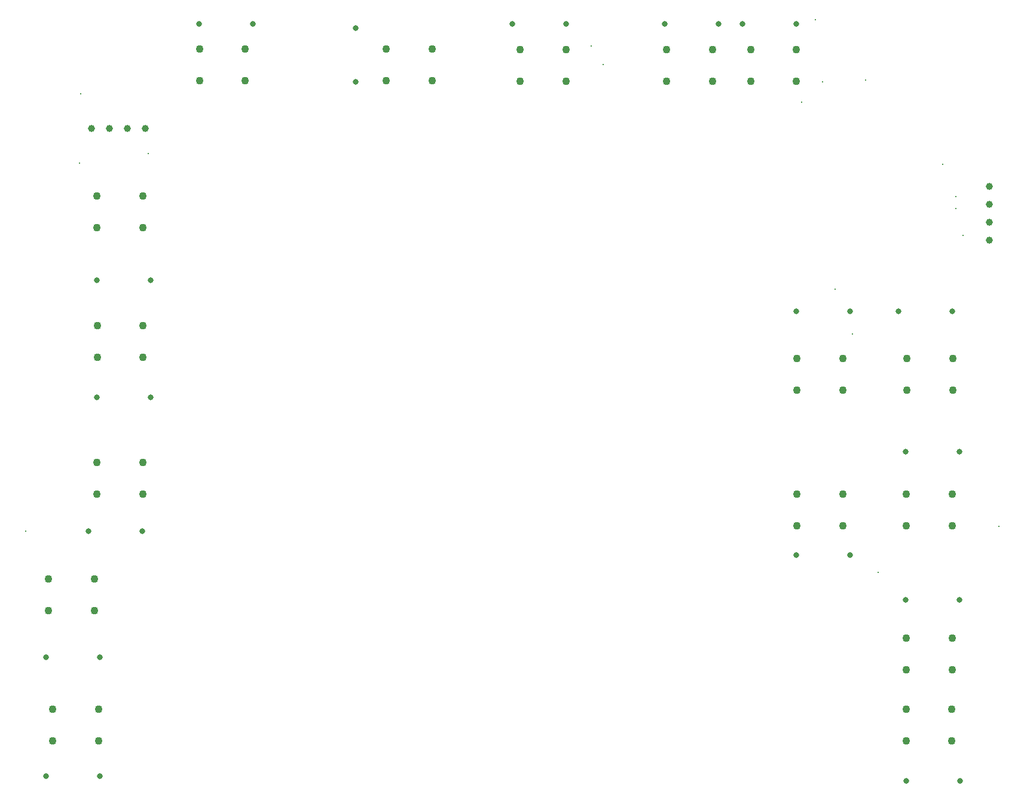
<source format=gbr>
%TF.GenerationSoftware,KiCad,Pcbnew,9.0.4*%
%TF.CreationDate,2025-08-28T03:02:41-06:00*%
%TF.ProjectId,ARC-210-Master-Board_V2.0,4152432d-3231-4302-9d4d-61737465722d,rev?*%
%TF.SameCoordinates,Original*%
%TF.FileFunction,Plated,1,2,PTH,Drill*%
%TF.FilePolarity,Positive*%
%FSLAX46Y46*%
G04 Gerber Fmt 4.6, Leading zero omitted, Abs format (unit mm)*
G04 Created by KiCad (PCBNEW 9.0.4) date 2025-08-28 03:02:41*
%MOMM*%
%LPD*%
G01*
G04 APERTURE LIST*
%TA.AperFunction,ViaDrill*%
%ADD10C,0.300000*%
%TD*%
%TA.AperFunction,ComponentDrill*%
%ADD11C,0.800000*%
%TD*%
%TA.AperFunction,ComponentDrill*%
%ADD12C,1.000000*%
%TD*%
%TA.AperFunction,ComponentDrill*%
%ADD13C,1.100000*%
%TD*%
G04 APERTURE END LIST*
D10*
X77610000Y-103420000D03*
X85250000Y-51290000D03*
X85412500Y-41437500D03*
X95030000Y-49890000D03*
X157734000Y-34671000D03*
X159450000Y-37338000D03*
X187579000Y-42672000D03*
X189484000Y-30988000D03*
X190500000Y-39751000D03*
X192325000Y-69175000D03*
X194700000Y-75525000D03*
X196596000Y-39497000D03*
X198340000Y-109300000D03*
X207518000Y-51435000D03*
X209350000Y-57725000D03*
X209375000Y-56025000D03*
X210400000Y-61550000D03*
X215450000Y-102760000D03*
D11*
%TO.C,D2*%
X80500000Y-121340000D03*
%TO.C,D1*%
X80500000Y-138170000D03*
%TO.C,D3*%
X86560000Y-103420000D03*
%TO.C,D5*%
X87700000Y-67880000D03*
%TO.C,D4*%
X87730000Y-84470000D03*
%TO.C,D2*%
X88120000Y-121340000D03*
%TO.C,D1*%
X88120000Y-138170000D03*
%TO.C,D3*%
X94180000Y-103420000D03*
%TO.C,D5*%
X95320000Y-67880000D03*
%TO.C,D4*%
X95350000Y-84470000D03*
%TO.C,D6*%
X102180000Y-31590000D03*
X109800000Y-31590000D03*
%TO.C,D7*%
X124380000Y-32150000D03*
X124380000Y-39770000D03*
%TO.C,D8*%
X146540000Y-31560000D03*
X154160000Y-31560000D03*
%TO.C,D9*%
X168140000Y-31570000D03*
X175760000Y-31570000D03*
%TO.C,D10*%
X179130000Y-31560000D03*
X186750000Y-31560000D03*
%TO.C,D11*%
X186790000Y-72240000D03*
%TO.C,D13*%
X186790000Y-106820000D03*
%TO.C,D11*%
X194410000Y-72240000D03*
%TO.C,D13*%
X194410000Y-106820000D03*
%TO.C,D12*%
X201270000Y-72260000D03*
%TO.C,D14*%
X202300000Y-92150000D03*
%TO.C,D15*%
X202300000Y-113160000D03*
%TO.C,D16*%
X202350000Y-138850000D03*
%TO.C,D12*%
X208890000Y-72260000D03*
%TO.C,D14*%
X209920000Y-92150000D03*
%TO.C,D15*%
X209920000Y-113160000D03*
%TO.C,D16*%
X209970000Y-138850000D03*
D12*
%TO.C,J2*%
X86990000Y-46340000D03*
X89530000Y-46340000D03*
X92070000Y-46340000D03*
X94610000Y-46340000D03*
%TO.C,J1*%
X214150000Y-54570000D03*
X214150000Y-57110000D03*
X214150000Y-59650000D03*
X214150000Y-62190000D03*
D13*
%TO.C,SW2*%
X80850000Y-110180000D03*
X80850000Y-114680000D03*
%TO.C,SW1*%
X81480000Y-128690000D03*
X81480000Y-133190000D03*
%TO.C,SW2*%
X87350000Y-110180000D03*
X87350000Y-114680000D03*
%TO.C,SW3*%
X87710000Y-93700000D03*
X87710000Y-98200000D03*
%TO.C,SW5*%
X87760000Y-55920000D03*
X87760000Y-60420000D03*
%TO.C,SW4*%
X87770000Y-74270000D03*
X87770000Y-78770000D03*
%TO.C,SW1*%
X87980000Y-128690000D03*
X87980000Y-133190000D03*
%TO.C,SW3*%
X94210000Y-93700000D03*
X94210000Y-98200000D03*
%TO.C,SW5*%
X94260000Y-55920000D03*
X94260000Y-60420000D03*
%TO.C,SW4*%
X94270000Y-74270000D03*
X94270000Y-78770000D03*
%TO.C,SW6*%
X102250000Y-35120000D03*
X102250000Y-39620000D03*
X108750000Y-35120000D03*
X108750000Y-39620000D03*
%TO.C,SW7*%
X128700000Y-35090000D03*
X128700000Y-39590000D03*
X135200000Y-35090000D03*
X135200000Y-39590000D03*
%TO.C,SW8*%
X147670000Y-35190000D03*
X147670000Y-39690000D03*
X154170000Y-35190000D03*
X154170000Y-39690000D03*
%TO.C,SW9*%
X168440000Y-35170000D03*
X168440000Y-39670000D03*
X174940000Y-35170000D03*
X174940000Y-39670000D03*
%TO.C,SW10*%
X180310000Y-35160000D03*
X180310000Y-39660000D03*
X186810000Y-35160000D03*
X186810000Y-39660000D03*
%TO.C,SW11*%
X186865000Y-78980000D03*
X186865000Y-83480000D03*
%TO.C,SW13*%
X186890000Y-98150000D03*
X186890000Y-102650000D03*
%TO.C,SW11*%
X193365000Y-78980000D03*
X193365000Y-83480000D03*
%TO.C,SW13*%
X193390000Y-98150000D03*
X193390000Y-102650000D03*
%TO.C,SW16*%
X202330000Y-128650000D03*
X202330000Y-133150000D03*
%TO.C,SW14*%
X202350000Y-98200000D03*
X202350000Y-102700000D03*
%TO.C,SW15*%
X202370000Y-118590000D03*
X202370000Y-123090000D03*
%TO.C,SW12*%
X202440000Y-78980000D03*
X202440000Y-83480000D03*
%TO.C,SW16*%
X208830000Y-128650000D03*
X208830000Y-133150000D03*
%TO.C,SW14*%
X208850000Y-98200000D03*
X208850000Y-102700000D03*
%TO.C,SW15*%
X208870000Y-118590000D03*
X208870000Y-123090000D03*
%TO.C,SW12*%
X208940000Y-78980000D03*
X208940000Y-83480000D03*
M02*

</source>
